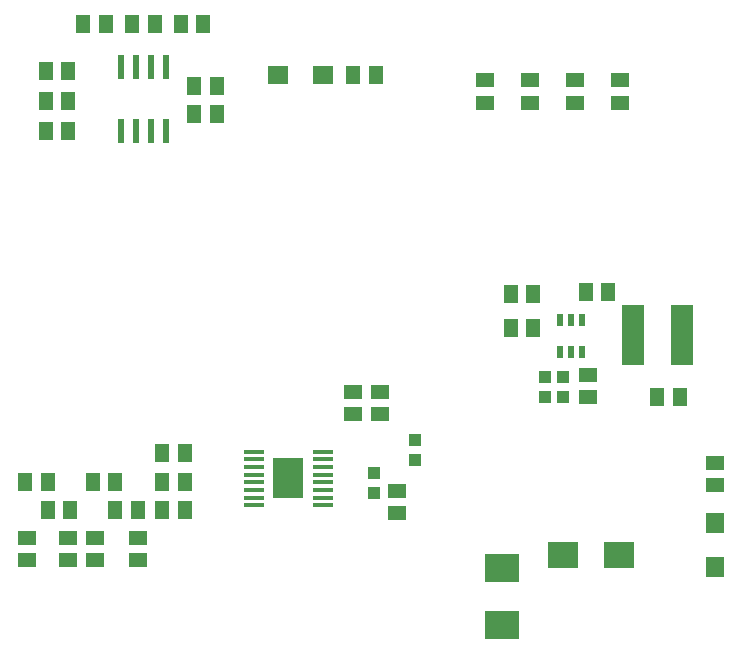
<source format=gbr>
%TF.GenerationSoftware,Novarm,DipTrace,3.3.1.3*%
%TF.CreationDate,2020-07-03T15:38:01+00:00*%
%FSLAX35Y35*%
%MOMM*%
%TF.FileFunction,Paste,Top*%
%TF.Part,Single*%
%ADD22R,1.3X1.5*%
%ADD25R,1.0X1.1*%
%ADD26R,1.5X1.3*%
%ADD27R,2.5X2.2*%
%ADD28R,1.75X1.5*%
%ADD29R,1.5X1.75*%
%ADD30R,3.0X2.4*%
%ADD33R,1.9X5.1*%
%ADD36R,0.6X1.1*%
%ADD37R,0.6X2.0*%
%ADD38R,1.8X0.4*%
%ADD39R,2.5X3.5*%
G75*
G01*
%LPD*%
D22*
X5651503Y3873500D3*
X5841503D3*
D25*
X5460997Y2984500D3*
Y3154500D3*
X5302253Y2984500D3*
Y3154500D3*
D22*
X6254750Y2984500D3*
X6444750D3*
X2524123Y5381627D3*
X2334123D3*
X2524123Y5619750D3*
X2334123D3*
D26*
X4048127Y2190750D3*
Y2000750D3*
D25*
X3857627Y2174877D3*
Y2344877D3*
X4206873Y2619373D3*
Y2449373D3*
D26*
X5667377Y3175003D3*
Y2985003D3*
D27*
X5461003Y1651000D3*
X5931003D3*
D28*
X3423000Y5715000D3*
X3048000D3*
D29*
X6746873Y1920873D3*
Y1545873D3*
D30*
X4937127Y1539877D3*
Y1053877D3*
D33*
X6048377Y3508377D3*
X6468377D3*
D22*
X1999750Y6143627D3*
X1809750D3*
X1270000Y5238750D3*
X1080000D3*
X1270000Y5492750D3*
X1080000D3*
X1270000Y5746750D3*
X1080000D3*
X5206997Y3571877D3*
X5016997D3*
X2222500Y6143627D3*
X2412500D3*
X5016503Y3857627D3*
X5206503D3*
X1397000Y6143627D3*
X1587000D3*
X3683000Y5715000D3*
X3873000D3*
X2063750Y2508250D3*
X2253750D3*
X2063750Y2032000D3*
X2253750D3*
X2063750Y2270123D3*
X2253750D3*
D26*
X3683000Y3032123D3*
Y2842123D3*
X3905250Y3032123D3*
Y2842123D3*
X6746873Y2428873D3*
Y2238873D3*
X4794253Y5667377D3*
Y5477377D3*
X5175250Y5476877D3*
Y5666877D3*
X5556253Y5476877D3*
Y5666877D3*
X5937250Y5476877D3*
Y5666877D3*
X1857373Y1793873D3*
Y1603873D3*
D22*
Y2032000D3*
X1667373D3*
D26*
X1492253Y1794370D3*
Y1604370D3*
D22*
X1476377Y2270127D3*
X1666377D3*
D26*
X1270003Y1793873D3*
Y1603873D3*
D22*
X1285873Y2032000D3*
X1095873D3*
D26*
X920753Y1794370D3*
Y1604370D3*
D22*
X904877Y2270127D3*
X1094877D3*
D36*
X5619753Y3635377D3*
X5524753D3*
X5429753D3*
Y3365377D3*
X5524753D3*
X5619753D3*
D37*
X1714500Y5238750D3*
X1841500D3*
X1968500D3*
X2095500D3*
Y5778750D3*
X1968500D3*
X1841500D3*
X1714500D3*
D38*
X2841623Y2524123D3*
Y2459123D3*
Y2394123D3*
Y2329123D3*
Y2264123D3*
Y2199123D3*
Y2134123D3*
Y2069123D3*
X3421643D3*
X3421623Y2134123D3*
Y2199123D3*
Y2264123D3*
Y2329123D3*
Y2394123D3*
Y2459123D3*
Y2524123D3*
D39*
X3131633Y2296623D3*
M02*

</source>
